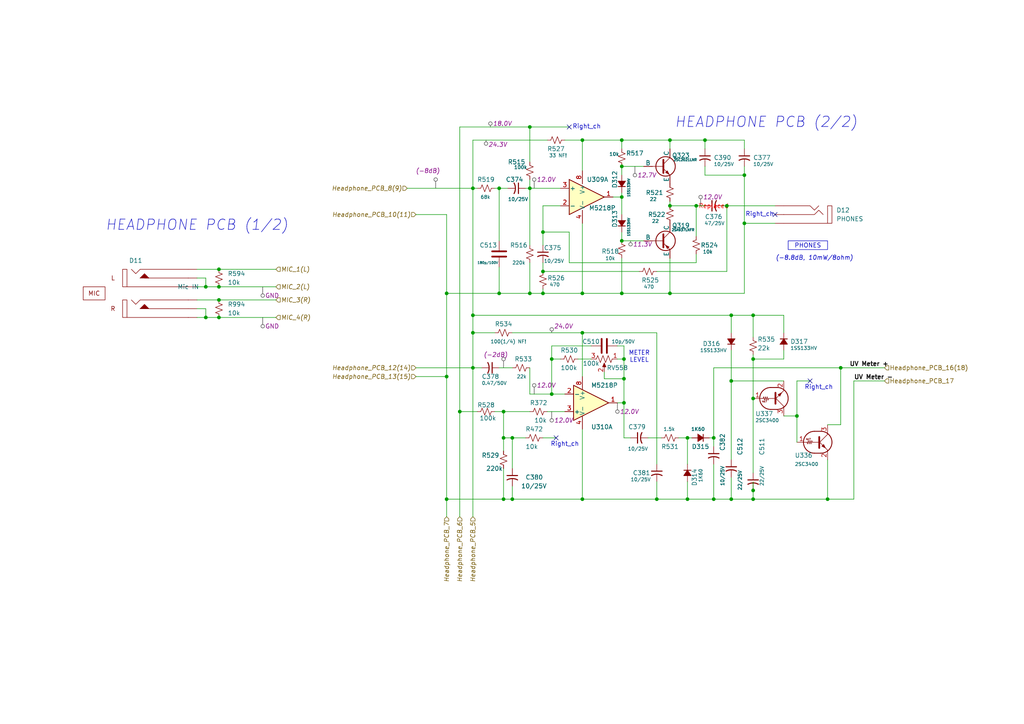
<source format=kicad_sch>
(kicad_sch (version 20250114) (generator "eeschema") (generator_version "9.0")
  (paper "A4")
  (lib_symbols
    (symbol "Amplifier_Operational:NE5532" (pin_names (offset 0.127))
      (property "Reference" "U" (at 0 5.08 0))
      (property "Value" "NE5532" (at 0 -5.08 0))
      (symbol "NE5532_1_1"
        (polyline (pts (xy -5.08 5.08) (xy 5.08 0) (xy -5.08 -5.08) (xy -5.08 5.08)) (stroke (width 0.254)) (fill (type background)))
        (pin input line (at -7.62 2.54 0) (length 2.54) (name "+") (number "3"))
        (pin input line (at -7.62 -2.54 0) (length 2.54) (name "-") (number "2"))
        (pin output line (at 7.62 0 180) (length 2.54) (name "~") (number "1"))
      )
      (symbol "NE5532_2_1"
        (polyline (pts (xy -5.08 5.08) (xy 5.08 0) (xy -5.08 -5.08) (xy -5.08 5.08)) (stroke (width 0.254)) (fill (type background)))
        (pin input line (at -7.62 2.54 0) (length 2.54) (name "+") (number "5"))
        (pin input line (at -7.62 -2.54 0) (length 2.54) (name "-") (number "6"))
        (pin output line (at 7.62 0 180) (length 2.54) (name "~") (number "7"))
      )
      (symbol "NE5532_3_1"
        (pin power_in line (at -2.54 7.62 270) (length 3.81) (name "V+") (number "8"))
        (pin power_in line (at -2.54 -7.62 90) (length 3.81) (name "V-") (number "4"))
      )
    )
    (symbol "Device:C" (pin_numbers (hide yes)) (pin_names (offset 0.254))
      (property "Reference" "C" (at 0.635 2.54 0))
      (property "Value" "C" (at 0.635 -2.54 0))
      (symbol "C_0_1"
        (polyline (pts (xy -2.032 0.762) (xy 2.032 0.762)) (stroke (width 0.508)))
        (polyline (pts (xy -2.032 -0.762) (xy 2.032 -0.762)) (stroke (width 0.508)))
      )
      (symbol "C_1_1"
        (pin passive line (at 0 3.81 270) (length 2.794) (name "~") (number "1"))
        (pin passive line (at 0 -3.81 90) (length 2.794) (name "~") (number "2"))
      )
    )
    (symbol "Device:C_Small_US" (pin_numbers (hide yes)) (pin_names (offset 0.254) (hide yes))
      (property "Reference" "C" (at 0.254 1.778 0))
      (property "Value" "C_Small_US" (at 0.254 -2.032 0))
      (symbol "C_Small_US_0_1"
        (polyline (pts (xy -1.524 0.508) (xy 1.524 0.508)) (stroke (width 0.3048)))
        (arc (start -1.524 -0.762) (mid 0 -0.3734) (end 1.524 -0.762) (stroke (width 0.3048)))
      )
      (symbol "C_Small_US_1_1"
        (pin passive line (at 0 2.54 270) (length 2.032) (name "~") (number "1"))
        (pin passive line (at 0 -2.54 90) (length 2.032) (name "~") (number "2"))
      )
    )
    (symbol "Device:D_Small_Filled" (pin_numbers (hide yes)) (pin_names (offset 0.254) (hide yes))
      (property "Reference" "D" (at -1.27 2.032 0))
      (property "Value" "D_Small_Filled" (at -3.81 -2.032 0))
      (symbol "D_Small_Filled_0_1"
        (polyline (pts (xy -0.762 0) (xy 0.762 0)))
        (polyline (pts (xy -0.762 -1.016) (xy -0.762 1.016)) (stroke (width 0.254)))
        (polyline (pts (xy 0.762 -1.016) (xy -0.762 0) (xy 0.762 1.016) (xy 0.762 -1.016)) (stroke (width 0.254)) (fill (type outline)))
      )
      (symbol "D_Small_Filled_1_1"
        (pin passive line (at -2.54 0 0) (length 1.778) (name "K") (number "1"))
        (pin passive line (at 2.54 0 180) (length 1.778) (name "A") (number "2"))
      )
    )
    (symbol "Device:R_Potentiometer_US" (pin_names (offset 1.016) (hide yes))
      (property "Reference" "RV" (at -4.445 0 90))
      (property "Value" "R_Potentiometer_US" (at -2.54 0 90))
      (symbol "R_Potentiometer_US_0_1"
        (polyline (pts (xy 0 2.54) (xy 0 2.286)))
        (polyline (pts (xy 0 2.286) (xy 1.016 1.905) (xy 0 1.524) (xy -1.016 1.143) (xy 0 0.762)))
        (polyline (pts (xy 0 0.762) (xy 1.016 0.381) (xy 0 0) (xy -1.016 -0.381) (xy 0 -0.762)))
        (polyline (pts (xy 0 -0.762) (xy 1.016 -1.143) (xy 0 -1.524) (xy -1.016 -1.905) (xy 0 -2.286)))
        (polyline (pts (xy 0 -2.286) (xy 0 -2.54)))
        (polyline (pts (xy 1.143 0) (xy 2.286 0.508) (xy 2.286 -0.508) (xy 1.143 0)) (fill (type outline)))
        (polyline (pts (xy 2.54 0) (xy 1.524 0)))
      )
      (symbol "R_Potentiometer_US_1_1"
        (pin passive line (at 0 3.81 270) (length 1.27) (name "1") (number "1"))
        (pin passive line (at 0 -3.81 90) (length 1.27) (name "3") (number "3"))
        (pin passive line (at 3.81 0 180) (length 1.27) (name "2") (number "2"))
      )
    )
    (symbol "Device:R_Small_US" (pin_numbers (hide yes)) (pin_names (offset 0.254) (hide yes))
      (property "Reference" "R" (at 0.762 0.508 0))
      (property "Value" "R_Small_US" (at 0.762 -1.016 0))
      (symbol "R_Small_US_1_1"
        (polyline (pts (xy 0 1.524) (xy 1.016 1.143) (xy 0 0.762) (xy -1.016 0.381) (xy 0 0)))
        (polyline (pts (xy 0 0) (xy 1.016 -0.381) (xy 0 -0.762) (xy -1.016 -1.143) (xy 0 -1.524)))
        (pin passive line (at 0 2.54 270) (length 1.016) (name "~") (number "1"))
        (pin passive line (at 0 -2.54 90) (length 1.016) (name "~") (number "2"))
      )
    )
    (symbol "Simulation_SPICE:NPN" (pin_numbers (hide yes)) (pin_names (offset 0))
      (property "Reference" "Q" (at -2.54 7.62 0))
      (property "Value" "NPN" (at -2.54 5.08 0))
      (symbol "NPN_0_1"
        (polyline (pts (xy -2.54 0) (xy 0.635 0)) (stroke (width 0.1524)))
        (polyline (pts (xy 0.635 1.905) (xy 0.635 -1.905) (xy 0.635 -1.905)) (stroke (width 0.508)))
        (polyline (pts (xy 0.635 0.635) (xy 2.54 2.54)))
        (polyline (pts (xy 0.635 -0.635) (xy 2.54 -2.54) (xy 2.54 -2.54)))
        (circle (center 1.27 0) (radius 2.8194) (stroke (width 0.254)))
        (polyline (pts (xy 1.27 -1.778) (xy 1.778 -1.27) (xy 2.286 -2.286) (xy 1.27 -1.778) (xy 1.27 -1.778)) (fill (type outline)))
        (polyline (pts (xy 2.794 -1.27) (xy 2.794 -1.27)) (stroke (width 0.1524)))
        (polyline (pts (xy 2.794 -1.27) (xy 2.794 -1.27)) (stroke (width 0.1524)))
      )
      (symbol "NPN_1_1"
        (pin input line (at -5.08 0 0) (length 2.54) (name "B") (number "2"))
        (pin open_collector line (at 2.54 5.08 270) (length 2.54) (name "C") (number "1"))
        (pin open_emitter line (at 2.54 -5.08 90) (length 2.54) (name "E") (number "3"))
      )
    )
    (symbol "Simulation_SPICE:PNP" (pin_numbers (hide yes)) (pin_names (offset 0))
      (property "Reference" "Q" (at -2.54 7.62 0))
      (property "Value" "PNP" (at -2.54 5.08 0))
      (symbol "PNP_0_1"
        (polyline (pts (xy -2.54 0) (xy 0.635 0)) (stroke (width 0.1524)))
        (polyline (pts (xy 0.635 1.905) (xy 0.635 -1.905) (xy 0.635 -1.905)) (stroke (width 0.508)))
        (polyline (pts (xy 0.635 0.635) (xy 2.54 2.54)))
        (polyline (pts (xy 0.635 -0.635) (xy 2.54 -2.54) (xy 2.54 -2.54)))
        (circle (center 1.27 0) (radius 2.8194) (stroke (width 0.254)))
        (polyline (pts (xy 2.286 -1.778) (xy 1.778 -2.286) (xy 1.27 -1.27) (xy 2.286 -1.778) (xy 2.286 -1.778)) (fill (type outline)))
      )
      (symbol "PNP_1_1"
        (pin input line (at -5.08 0 0) (length 2.54) (name "B") (number "2"))
        (pin open_collector line (at 2.54 5.08 270) (length 2.54) (name "C") (number "1"))
        (pin open_emitter line (at 2.54 -5.08 90) (length 2.54) (name "E") (number "3"))
      )
    )
    (symbol "Transistor_BJT:DTC143T" (pin_names (offset 0) (hide yes))
      (property "Reference" "Q" (at 5.08 1.905 0))
      (property "Value" "DTC143T" (at 5.08 0 0))
      (symbol "DTC143T_0_0"
        (polyline (pts (xy 2.54 -2.286) (xy 2.54 -2.54)))
        (text "4k7" (at -3.048 0.889 0) (effects (font (size 0.508 0.508))))
      )
      (symbol "DTC143T_0_1"
        (polyline (pts (xy -3.429 0) (xy -3.81 0)))
        (polyline (pts (xy -1.27 3.175) (xy 0.635 3.175)) (stroke (width 0.254)))
        (polyline (pts (xy -1.27 -3.175) (xy 0.635 -3.175)) (stroke (width 0.254)))
        (arc (start -1.27 -3.175) (mid -4.4312 0) (end -1.27 3.175) (stroke (width 0.254)))
        (polyline (pts (xy 0 0) (xy -1.905 0) (xy -2.032 0.508) (xy -2.286 -0.508) (xy -2.54 0.508) (xy -2.794 -0.508) (xy -3.048 0.508) (xy -3.302 -0.508) (xy -3.429 0)))
        (polyline (pts (xy 0 -0.254) (xy 2.54 2.286)))
        (polyline (pts (xy 0.127 1.524) (xy 0.127 -1.651)) (stroke (width 0.508)) (fill (type outline)))
        (arc (start 0.635 3.175) (mid 3.7962 0) (end 0.635 -3.175) (stroke (width 0.254)))
        (polyline (pts (xy 0.889 -1.143) (xy 1.397 -0.635) (xy 1.905 -1.651) (xy 0.889 -1.143)) (fill (type outline)))
        (polyline (pts (xy 2.54 2.286) (xy 2.54 2.54)))
        (polyline (pts (xy 2.54 -2.286) (xy 0 0.254) (xy 0 0.254)))
      )
      (symbol "DTC143T_1_1"
        (pin input line (at -6.35 0 0) (length 2.54) (name "B") (number "1"))
        (pin passive line (at 2.54 5.08 270) (length 2.54) (name "C") (number "3"))
        (pin passive line (at 2.54 -5.08 90) (length 2.54) (name "E") (number "2"))
      )
    )
    (symbol "_TEAC_X2000R:MIC"
      (property "Reference" "D" (at -10.16 10.414 0))
      (symbol "MIC_0_1"
        (polyline (pts (xy 0 5.08) (xy -13.97 5.08) (xy -15.24 3.81) (xy -16.51 5.08)))
        (polyline (pts (xy 0 2.54) (xy -12.7 2.54)))
        (polyline (pts (xy 0 0) (xy -17.78 0) (xy -17.78 5.08) (xy -19.05 5.08) (xy -19.05 0) (xy -17.78 0)))
        (polyline (pts (xy 0 -3.81) (xy -13.97 -3.81) (xy -15.24 -5.08) (xy -16.51 -3.81)))
        (polyline (pts (xy 0 -6.35) (xy -12.7 -6.35)))
        (polyline (pts (xy 0 -8.89) (xy -17.78 -8.89) (xy -17.78 -3.81) (xy -19.05 -3.81) (xy -19.05 -8.89) (xy -17.78 -8.89)))
      )
      (symbol "MIC_1_1"
        (polyline (pts (xy -13.97 2.54) (xy -11.43 2.54) (xy -12.7 3.81) (xy -13.97 2.54)) (fill (type outline)))
        (polyline (pts (xy -13.97 -6.35) (xy -11.43 -6.35) (xy -12.7 -5.08) (xy -13.97 -6.35)) (fill (type outline)))
        (text "L" (at -21.844 2.54 0) (effects (font (size 1.27 1.27))))
        (text "R" (at -21.844 -6.35 0) (effects (font (size 1.27 1.27))))
        (text_box "MIC" (at -30.48 0 0) (size 6.35 -3.81) (margins 1.016 1.016 1.016 1.016) (effects (font (size 1.27 1.27))))
        (pin output line (at 2.54 5.08 180) (length 2.54) (name "") (number ""))
        (pin output line (at 2.54 2.54 180) (length 2.54) (name "") (number ""))
        (pin output line (at 2.54 0 180) (length 2.54) (name "") (number ""))
        (pin output line (at 2.54 -3.81 180) (length 2.54) (name "") (number ""))
        (pin output line (at 2.54 -6.35 180) (length 2.54) (name "") (number ""))
        (pin output line (at 2.54 -8.89 180) (length 2.54) (name "") (number ""))
      )
    )
    (symbol "_TEAC_X2000R:Phones"
      (property "Reference" "D" (at 8.128 6.096 0))
      (symbol "Phones_0_1"
        (polyline (pts (xy -5.08 2.54) (xy 2.54 2.54) (xy 3.81 1.27) (xy 5.08 2.54)))
        (polyline (pts (xy -5.08 0) (xy 3.81 0) (xy 5.08 1.27) (xy 6.35 0)))
      )
      (symbol "Phones_1_1"
        (polyline (pts (xy -5.08 -2.54) (xy 7.62 -2.54) (xy 7.62 2.54) (xy 8.89 2.54) (xy 8.89 -2.54) (xy 7.62 -2.54)))
        (pin output line (at -7.62 2.54 0) (length 2.54) (name "") (number ""))
        (pin output line (at -7.62 0 0) (length 2.54) (name "") (number ""))
        (pin output line (at -7.62 -2.54 0) (length 2.54) (name "") (number ""))
      )
    )
  )
  (text "Right_ch" (at 170.18 36.83 0) (effects (font (size 1.27 1.27))))
  (text "HEADPHONE PCB (1/2)" (at 57.15 65.405 0) (effects (font (size 3 3) (italic yes))))
  (text "HEADPHONE PCB (2/2)" (at 222.25 35.56 0) (effects (font (size 3 3) (italic yes))))
  (text "Right_ch" (at 220.345 62.23 0) (effects (font (size 1.27 1.27))))
  (text "METER\nLEVEL" (at 185.42 103.505 0) (effects (font (size 1.27 1.27))))
  (text "Right_ch" (at 237.49 112.395 0) (effects (font (size 1.27 1.27))))
  (text "(-8.8dB, 10mW/8ohm)" (at 236.22 74.93 0) (effects (font (size 1.27 1.27) (italic yes))))
  (text "Right_ch" (at 163.83 128.905 0) (effects (font (size 1.27 1.27))))
  (text_box "PHONES" (at 228.6 69.85 0) (size 11.43 2.54) (margins 0.9525 0.9525 0.9525 0.9525) (effects (font (size 1.27 1.27))))
  (junction (at 168.91 96.52))
  (junction (at 137.16 54.61))
  (junction (at 153.67 36.83))
  (junction (at 157.48 67.31))
  (junction (at 180.975 109.855))
  (junction (at 212.09 110.49))
  (junction (at 63.5 78.105))
  (junction (at 212.09 91.44))
  (junction (at 190.5 144.78))
  (junction (at 168.91 144.78))
  (junction (at 218.44 142.24))
  (junction (at 148.59 144.78))
  (junction (at 137.16 96.52))
  (junction (at 157.48 78.74))
  (junction (at 180.34 40.64))
  (junction (at 180.34 48.26))
  (junction (at 194.31 59.69))
  (junction (at 199.39 127))
  (junction (at 137.16 91.44))
  (junction (at 160.02 104.14))
  (junction (at 194.31 40.64))
  (junction (at 218.44 115.57))
  (junction (at 180.34 69.85))
  (junction (at 215.9 64.77))
  (junction (at 137.16 106.68))
  (junction (at 129.54 109.22))
  (junction (at 180.34 85.09))
  (junction (at 168.91 40.64))
  (junction (at 133.35 119.38))
  (junction (at 63.5 83.185))
  (junction (at 146.05 127))
  (junction (at 218.44 91.44))
  (junction (at 59.69 92.075))
  (junction (at 129.54 85.09))
  (junction (at 168.91 85.09))
  (junction (at 218.44 144.78))
  (junction (at 240.03 144.78))
  (junction (at 144.78 54.61))
  (junction (at 180.975 116.84))
  (junction (at 148.59 127))
  (junction (at 207.01 127))
  (junction (at 204.47 40.64))
  (junction (at 218.44 104.14))
  (junction (at 231.14 120.65))
  (junction (at 180.975 104.14))
  (junction (at 146.05 144.78))
  (junction (at 215.9 50.8))
  (junction (at 63.5 86.995))
  (junction (at 180.34 57.15))
  (junction (at 212.09 144.78))
  (junction (at 144.78 85.09))
  (junction (at 129.54 144.78))
  (junction (at 207.01 144.78))
  (junction (at 201.93 59.69))
  (junction (at 243.84 106.68))
  (junction (at 153.67 54.61))
  (junction (at 153.67 85.09))
  (junction (at 160.02 114.3))
  (junction (at 157.48 85.09))
  (junction (at 146.05 119.38))
  (junction (at 194.31 85.09))
  (junction (at 199.39 144.78))
  (junction (at 210.82 59.69))
  (junction (at 63.5 92.075))
  (junction (at 59.69 83.185))
  (no_connect (at 161.29 127))
  (no_connect (at 165.1 36.83))
  (no_connect (at 224.79 62.23))
  (no_connect (at 234.95 110.49))
  (wire (pts (xy 190.5 139.7) (xy 190.5 144.78)))
  (wire (pts (xy 120.65 62.23) (xy 129.54 62.23)))
  (wire (pts (xy 180.34 57.15) (xy 180.34 62.23)))
  (wire (pts (xy 137.16 96.52) (xy 137.16 106.68)))
  (wire (pts (xy 180.975 109.855) (xy 180.975 116.84)))
  (wire (pts (xy 175.26 109.855) (xy 180.975 109.855)))
  (wire (pts (xy 180.34 48.26) (xy 180.34 50.8)))
  (wire (pts (xy 194.31 85.09) (xy 215.9 85.09)))
  (wire (pts (xy 180.34 40.64) (xy 180.34 43.18)))
  (wire (pts (xy 243.84 106.68) (xy 256.54 106.68)))
  (wire (pts (xy 146.05 119.38) (xy 153.67 119.38)))
  (wire (pts (xy 218.44 91.44) (xy 218.44 97.79)))
  (wire (pts (xy 231.14 110.49) (xy 231.14 120.65)))
  (wire (pts (xy 199.39 127) (xy 199.39 134.62)))
  (wire (pts (xy 218.44 104.14) (xy 218.44 115.57)))
  (wire (pts (xy 212.09 144.78) (xy 218.44 144.78)))
  (wire (pts (xy 204.47 50.8) (xy 215.9 50.8)))
  (wire (pts (xy 187.96 127) (xy 191.77 127)))
  (wire (pts (xy 162.56 104.14) (xy 160.02 104.14)))
  (wire (pts (xy 227.33 101.6) (xy 227.33 104.14)))
  (wire (pts (xy 146.05 135.89) (xy 146.05 144.78)))
  (wire (pts (xy 212.09 101.6) (xy 212.09 110.49)))
  (wire (pts (xy 207.01 129.54) (xy 207.01 127)))
  (wire (pts (xy 194.31 74.93) (xy 194.31 85.09)))
  (wire (pts (xy 167.64 104.14) (xy 171.45 104.14)))
  (wire (pts (xy 218.44 102.87) (xy 218.44 104.14)))
  (wire (pts (xy 144.78 54.61) (xy 144.78 69.85)))
  (wire (pts (xy 180.34 85.09) (xy 194.31 85.09)))
  (wire (pts (xy 190.5 144.78) (xy 199.39 144.78)))
  (wire (pts (xy 165.1 67.31) (xy 165.1 76.2)))
  (wire (pts (xy 120.65 106.68) (xy 137.16 106.68)))
  (wire (pts (xy 194.31 58.42) (xy 194.31 59.69)))
  (wire (pts (xy 204.47 40.64) (xy 204.47 43.18)))
  (wire (pts (xy 144.78 85.09) (xy 153.67 85.09)))
  (wire (pts (xy 57.15 78.105) (xy 63.5 78.105)))
  (wire (pts (xy 163.83 114.3) (xy 160.02 114.3)))
  (wire (pts (xy 196.85 127) (xy 199.39 127)))
  (wire (pts (xy 168.91 96.52) (xy 190.5 96.52)))
  (wire (pts (xy 168.91 64.77) (xy 168.91 85.09)))
  (wire (pts (xy 212.09 110.49) (xy 227.33 110.49)))
  (wire (pts (xy 207.01 134.62) (xy 207.01 144.78)))
  (wire (pts (xy 180.34 40.64) (xy 194.31 40.64)))
  (wire (pts (xy 153.67 54.61) (xy 153.67 71.12)))
  (wire (pts (xy 175.26 107.95) (xy 175.26 109.855)))
  (wire (pts (xy 57.15 86.995) (xy 63.5 86.995)))
  (wire (pts (xy 168.91 124.46) (xy 168.91 144.78)))
  (wire (pts (xy 144.78 54.61) (xy 147.32 54.61)))
  (wire (pts (xy 201.93 59.69) (xy 201.93 68.58)))
  (wire (pts (xy 179.07 100.33) (xy 180.975 100.33)))
  (wire (pts (xy 194.31 59.69) (xy 201.93 59.69)))
  (wire (pts (xy 129.54 144.78) (xy 146.05 144.78)))
  (wire (pts (xy 144.78 77.47) (xy 144.78 85.09)))
  (wire (pts (xy 168.91 144.78) (xy 190.5 144.78)))
  (wire (pts (xy 160.02 104.14) (xy 160.02 114.3)))
  (wire (pts (xy 153.67 114.3) (xy 160.02 114.3)))
  (wire (pts (xy 157.48 127) (xy 161.29 127)))
  (wire (pts (xy 212.09 91.44) (xy 212.09 96.52)))
  (wire (pts (xy 157.48 76.2) (xy 157.48 78.74)))
  (wire (pts (xy 59.69 80.645) (xy 59.69 83.185)))
  (wire (pts (xy 240.03 144.78) (xy 247.65 144.78)))
  (wire (pts (xy 143.51 54.61) (xy 144.78 54.61)))
  (wire (pts (xy 118.11 54.61) (xy 137.16 54.61)))
  (wire (pts (xy 59.69 89.535) (xy 59.69 92.075)))
  (wire (pts (xy 133.35 119.38) (xy 133.35 149.86)))
  (wire (pts (xy 160.02 100.33) (xy 160.02 104.14)))
  (wire (pts (xy 218.44 139.7) (xy 218.44 142.24)))
  (wire (pts (xy 212.09 138.43) (xy 212.09 144.78)))
  (wire (pts (xy 129.54 109.22) (xy 129.54 144.78)))
  (wire (pts (xy 137.16 91.44) (xy 212.09 91.44)))
  (wire (pts (xy 240.03 123.19) (xy 243.84 123.19)))
  (wire (pts (xy 63.5 83.185) (xy 80.01 83.185)))
  (wire (pts (xy 194.31 40.64) (xy 204.47 40.64)))
  (wire (pts (xy 163.83 40.64) (xy 168.91 40.64)))
  (wire (pts (xy 218.44 144.78) (xy 240.03 144.78)))
  (wire (pts (xy 57.15 83.185) (xy 59.69 83.185)))
  (wire (pts (xy 215.9 64.77) (xy 224.79 64.77)))
  (wire (pts (xy 148.59 144.78) (xy 168.91 144.78)))
  (wire (pts (xy 153.67 36.83) (xy 133.35 36.83)))
  (wire (pts (xy 57.15 89.535) (xy 59.69 89.535)))
  (wire (pts (xy 148.59 135.89) (xy 148.59 127)))
  (wire (pts (xy 204.47 40.64) (xy 215.9 40.64)))
  (wire (pts (xy 180.34 67.31) (xy 180.34 69.85)))
  (wire (pts (xy 146.05 144.78) (xy 148.59 144.78)))
  (wire (pts (xy 201.93 59.69) (xy 204.47 59.69)))
  (wire (pts (xy 215.9 50.8) (xy 215.9 64.77)))
  (wire (pts (xy 179.07 104.14) (xy 180.975 104.14)))
  (wire (pts (xy 190.5 96.52) (xy 190.5 134.62)))
  (wire (pts (xy 210.82 78.74) (xy 210.82 59.69)))
  (wire (pts (xy 143.51 119.38) (xy 146.05 119.38)))
  (wire (pts (xy 179.07 116.84) (xy 180.975 116.84)))
  (wire (pts (xy 133.35 36.83) (xy 133.35 119.38)))
  (wire (pts (xy 177.8 57.15) (xy 180.34 57.15)))
  (wire (pts (xy 59.69 83.185) (xy 63.5 83.185)))
  (wire (pts (xy 215.9 40.64) (xy 215.9 43.18)))
  (wire (pts (xy 153.67 52.07) (xy 153.67 54.61)))
  (wire (pts (xy 215.9 85.09) (xy 215.9 64.77)))
  (wire (pts (xy 146.05 127) (xy 146.05 130.81)))
  (wire (pts (xy 247.65 110.49) (xy 256.54 110.49)))
  (wire (pts (xy 63.5 92.075) (xy 80.01 92.075)))
  (wire (pts (xy 199.39 144.78) (xy 207.01 144.78)))
  (wire (pts (xy 190.5 78.74) (xy 210.82 78.74)))
  (wire (pts (xy 168.91 85.09) (xy 180.34 85.09)))
  (wire (pts (xy 137.16 96.52) (xy 143.51 96.52)))
  (wire (pts (xy 148.59 140.97) (xy 148.59 144.78)))
  (wire (pts (xy 180.34 55.88) (xy 180.34 57.15)))
  (wire (pts (xy 157.48 83.82) (xy 157.48 85.09)))
  (wire (pts (xy 157.48 85.09) (xy 168.91 85.09)))
  (wire (pts (xy 57.15 80.645) (xy 59.69 80.645)))
  (wire (pts (xy 129.54 85.09) (xy 129.54 109.22)))
  (wire (pts (xy 153.67 106.68) (xy 153.67 114.3)))
  (wire (pts (xy 152.4 54.61) (xy 153.67 54.61)))
  (wire (pts (xy 157.48 67.31) (xy 165.1 67.31)))
  (wire (pts (xy 133.35 119.38) (xy 138.43 119.38)))
  (wire (pts (xy 212.09 91.44) (xy 218.44 91.44)))
  (wire (pts (xy 158.75 119.38) (xy 163.83 119.38)))
  (wire (pts (xy 180.34 69.85) (xy 186.69 69.85)))
  (wire (pts (xy 168.91 96.52) (xy 168.91 109.22)))
  (wire (pts (xy 63.5 78.105) (xy 80.01 78.105)))
  (wire (pts (xy 171.45 100.33) (xy 160.02 100.33)))
  (wire (pts (xy 204.47 48.26) (xy 204.47 50.8)))
  (wire (pts (xy 157.48 67.31) (xy 157.48 59.69)))
  (wire (pts (xy 227.33 91.44) (xy 227.33 96.52)))
  (wire (pts (xy 137.16 106.68) (xy 137.16 149.86)))
  (wire (pts (xy 207.01 144.78) (xy 212.09 144.78)))
  (wire (pts (xy 201.93 76.2) (xy 201.93 73.66)))
  (wire (pts (xy 157.48 71.12) (xy 157.48 67.31)))
  (wire (pts (xy 210.82 59.69) (xy 224.79 59.69)))
  (wire (pts (xy 153.67 54.61) (xy 162.56 54.61)))
  (wire (pts (xy 168.91 40.64) (xy 180.34 40.64)))
  (wire (pts (xy 165.1 76.2) (xy 201.93 76.2)))
  (wire (pts (xy 231.14 110.49) (xy 234.95 110.49)))
  (wire (pts (xy 129.54 62.23) (xy 129.54 85.09)))
  (wire (pts (xy 207.01 127) (xy 207.01 106.68)))
  (wire (pts (xy 215.9 50.8) (xy 215.9 48.26)))
  (wire (pts (xy 207.01 106.68) (xy 243.84 106.68)))
  (wire (pts (xy 180.34 74.93) (xy 180.34 85.09)))
  (wire (pts (xy 157.48 59.69) (xy 162.56 59.69)))
  (wire (pts (xy 168.91 40.64) (xy 168.91 49.53)))
  (wire (pts (xy 120.65 109.22) (xy 129.54 109.22)))
  (wire (pts (xy 137.16 54.61) (xy 138.43 54.61)))
  (wire (pts (xy 240.03 133.35) (xy 240.03 144.78)))
  (wire (pts (xy 243.84 123.19) (xy 243.84 106.68)))
  (wire (pts (xy 180.975 127) (xy 182.88 127)))
  (wire (pts (xy 199.39 127) (xy 200.66 127)))
  (wire (pts (xy 227.33 104.14) (xy 218.44 104.14)))
  (wire (pts (xy 153.67 36.83) (xy 165.1 36.83)))
  (wire (pts (xy 148.59 96.52) (xy 168.91 96.52)))
  (wire (pts (xy 227.33 120.65) (xy 231.14 120.65)))
  (wire (pts (xy 180.975 104.14) (xy 180.975 109.855)))
  (wire (pts (xy 137.16 54.61) (xy 137.16 91.44)))
  (wire (pts (xy 153.67 36.83) (xy 153.67 46.99)))
  (wire (pts (xy 218.44 115.57) (xy 218.44 137.16)))
  (wire (pts (xy 199.39 139.7) (xy 199.39 144.78)))
  (wire (pts (xy 158.75 40.64) (xy 137.16 40.64)))
  (wire (pts (xy 180.975 100.33) (xy 180.975 104.14)))
  (wire (pts (xy 137.16 40.64) (xy 137.16 54.61)))
  (wire (pts (xy 218.44 91.44) (xy 227.33 91.44)))
  (wire (pts (xy 144.78 106.68) (xy 148.59 106.68)))
  (wire (pts (xy 153.67 76.2) (xy 153.67 85.09)))
  (wire (pts (xy 57.15 92.075) (xy 59.69 92.075)))
  (wire (pts (xy 212.09 110.49) (xy 212.09 133.35)))
  (wire (pts (xy 146.05 127) (xy 148.59 127)))
  (wire (pts (xy 137.16 106.68) (xy 139.7 106.68)))
  (wire (pts (xy 231.14 128.27) (xy 231.14 120.65)))
  (wire (pts (xy 194.31 40.64) (xy 194.31 43.18)))
  (wire (pts (xy 218.44 142.24) (xy 218.44 144.78)))
  (wire (pts (xy 157.48 78.74) (xy 185.42 78.74)))
  (wire (pts (xy 205.74 127) (xy 207.01 127)))
  (wire (pts (xy 247.65 144.78) (xy 247.65 110.49)))
  (wire (pts (xy 146.05 119.38) (xy 146.05 127)))
  (wire (pts (xy 180.34 48.26) (xy 186.69 48.26)))
  (wire (pts (xy 153.67 85.09) (xy 157.48 85.09)))
  (wire (pts (xy 148.59 127) (xy 152.4 127)))
  (wire (pts (xy 180.975 116.84) (xy 180.975 127)))
  (wire (pts (xy 129.54 144.78) (xy 129.54 149.86)))
  (wire (pts (xy 59.69 92.075) (xy 63.5 92.075)))
  (wire (pts (xy 137.16 91.44) (xy 137.16 96.52)))
  (wire (pts (xy 209.55 59.69) (xy 210.82 59.69)))
  (wire (pts (xy 129.54 85.09) (xy 144.78 85.09)))
  (wire (pts (xy 63.5 86.995) (xy 80.01 86.995)))
  (label "UV Meter +" (at 246.38 106.68 0) (effects (font (thickness 0.254) (bold yes))))
  (label "UV Meter -" (at 247.65 110.49 0) (effects (font (thickness 0.254) (bold yes))))
  (hierarchical_label "Headphone_PCB_13(15)" (shape input) (at 120.65 109.22 180) (effects (font (italic yes))))
  (hierarchical_label "Headphone_PCB_10(11)" (shape input) (at 120.65 62.23 180) (effects (font (italic yes))))
  (hierarchical_label "MIC_4(R)" (shape input) (at 80.01 92.075 0) (effects (font (italic yes))))
  (hierarchical_label "Headphone_PCB_5" (shape input) (at 137.16 149.86 270) (effects (font (italic yes))))
  (hierarchical_label "Headphone_PCB_6" (shape input) (at 133.35 149.86 270) (effects (font (italic yes))))
  (hierarchical_label "Headphone_PCB_17" (shape input) (at 256.54 110.49 0))
  (hierarchical_label "MIC_2(L)" (shape input) (at 80.01 83.185 0) (effects (font (italic yes))))
  (hierarchical_label "Headphone_PCB_16(18)" (shape input) (at 256.54 106.68 0))
  (hierarchical_label "Headphone_PCB_7" (shape input) (at 129.54 149.86 270) (effects (font (italic yes))))
  (hierarchical_label "MIC_3(R)" (shape input) (at 80.01 86.995 0) (effects (font (italic yes))))
  (hierarchical_label "Headphone_PCB_8(9)" (shape input) (at 118.11 54.61 180) (effects (font (italic yes))))
  (hierarchical_label "Headphone_PCB_12(14)" (shape input) (at 120.65 106.68 180) (effects (font (italic yes))))
  (hierarchical_label "MIC_1(L)" (shape input) (at 80.01 78.105 0) (effects (font (italic yes))))
  (netclass_flag "" (length 1) (shape round) (at 142.24 36.83 0) (property "Component Class" "18.0V" (at 142.9385 35.83 0) (effects (font (italic yes)) (justify left))))
  (netclass_flag "" (length 2.54) (shape round) (at 203.2 59.69 0) (property "Component Class" "12.0V" (at 203.8985 57.15 0) (effects (font (italic yes)) (justify left))))
  (netclass_flag "" (length 2.54) (shape round) (at 76.2 83.185 180) (property "Netclass" "GND" (at 76.8985 85.725 0) (effects (justify left))))
  (netclass_flag "" (length 1) (shape round) (at 182.88 69.85 180) (property "Component Class" "11.3V" (at 183.5785 70.85 0) (effects (font (italic yes)) (justify left))))
  (netclass_flag "" (length 2.54) (shape round) (at 126.365 54.61 0) (property "Component Class" "(-8dB)" (at 127.635 49.53 0) (effects (font (italic yes)) (justify right))))
  (netclass_flag "" (length 2.54) (shape round) (at 76.2 92.075 180) (property "Netclass" "GND" (at 76.8985 94.615 0) (effects (justify left))))
  (netclass_flag "" (length 2.54) (shape round) (at 154.94 54.61 0) (property "Component Class" "12.0V" (at 155.6385 52.07 0) (effects (font (italic yes)) (justify left))))
  (netclass_flag "" (length 2.54) (shape round) (at 179.07 116.84 180) (property "Component Class" "12.0V" (at 179.7685 119.38 0) (effects (font (italic yes)) (justify left))))
  (netclass_flag "" (length 2.54) (shape round) (at 184.15 48.26 180) (property "Component Class" "12.7V" (at 184.8485 50.8 0) (effects (font (italic yes)) (justify left))))
  (netclass_flag "" (length 2.54) (shape round) (at 146.05 106.68 0) (property "Component Class" "(-2dB)" (at 147.32 102.87 0) (effects (font (italic yes)) (justify right))))
  (netclass_flag "" (length 2.54) (shape round) (at 160.02 119.38 180) (property "Component Class" "12.0V" (at 160.7185 121.92 0) (effects (font (italic yes)) (justify left))))
  (netclass_flag "" (length 1) (shape round) (at 160.02 96.52 0) (property "Netclass" "Power HI 20V+" (effects (hide yes))) (property "Component Class" "24.0V" (at 160.655 94.615 0) (effects (font (italic yes)) (justify left))))
  (netclass_flag "" (length 2.54) (shape round) (at 154.94 114.3 0) (property "Component Class" "12.0V" (at 155.6385 111.76 0) (effects (font (italic yes)) (justify left))))
  (netclass_flag "" (length 1) (shape round) (at 140.97 40.64 180) (property "Netclass" "Power HI 20V+" (effects (hide yes))) (property "Component Class" "24.3V" (at 141.605 41.91 0) (effects (font (italic yes)) (justify left))))
  (symbol (lib_id "Simulation_SPICE:NPN") (at 191.77 48.26 0) (unit 1)
    (property "Reference" "Q323" (at 197.485 45.085 0))
    (property "Value" "2SC2021LNR" (at 198.755 46.355 0) (effects (font (size 0.7 0.7))))
    (property "Datasheet" "https://ngspice.sourceforge.io/docs/ngspice-html-manual/manual.xhtml#cha_BJTs" (effects (hide yes)))
    (property "Description" "Bipolar transistor symbol for simulation only, substrate tied to the emitter" (effects (hide yes)))
    (property "Sim.Device" "NPN" (effects (hide yes)))
    (property "Sim.Type" "GUMMELPOON" (effects (hide yes)))
    (property "Sim.Pins" "1=C 2=B 3=E" (effects (hide yes)))
  )
  (symbol (lib_id "Device:R_Small_US") (at 180.34 45.72 180) (unit 1)
    (property "Reference" "R517" (at 186.69 44.45 0) (effects (justify left)))
    (property "Value" "10k" (at 179.578 44.704 0) (effects (font (size 1 1)) (justify left)))
    (property "Description" "Resistor, small US symbol" (effects (hide yes)))
  )
  (symbol (lib_id "Device:D_Small_Filled") (at 203.2 127 180) (unit 1)
    (property "Reference" "D315" (at 205.74 129.54 0) (effects (justify left)))
    (property "Value" "1K60" (at 204.47 124.46 0) (effects (font (size 1 1)) (justify left)))
    (property "Description" "Diode, small symbol, filled shape" (effects (hide yes)))
    (property "Sim.Device" "D" (effects (hide yes)))
    (property "Sim.Pins" "1=K 2=A" (effects (hide yes)))
  )
  (symbol (lib_id "Transistor_BJT:DTC143T") (at 237.49 128.27 0) (unit 1)
    (property "Reference" "U336" (at 230.505 132.08 0) (effects (justify left)))
    (property "Value" "2SC3400" (at 230.505 134.62 0) (effects (font (size 1 1)) (justify left)))
    (property "Description" "Digital NPN Transistor, 4k7/NONE, SOT-23" (effects (hide yes)))
  )
  (symbol (lib_id "Device:R_Small_US") (at 157.48 81.28 0) (mirror x) (unit 1)
    (property "Reference" "R526" (at 158.75 80.645 0) (effects (justify left)))
    (property "Value" "470" (at 159.385 82.55 0) (effects (font (size 1 1)) (justify left)))
    (property "Description" "Resistor, small US symbol" (effects (hide yes)))
  )
  (symbol (lib_id "Device:R_Small_US") (at 146.05 96.52 270) (unit 1)
    (property "Reference" "R534" (at 143.51 93.98 90) (effects (justify left)))
    (property "Value" "100(1/4) NF!" (at 142.24 99.06 90) (effects (font (size 1 1)) (justify left)))
    (property "Description" "Resistor, small US symbol" (effects (hide yes)))
  )
  (symbol (lib_id "Amplifier_Operational:NE5532") (at 171.45 57.15 0) (unit 3)
    (property "Reference" "U309" (effects (hide yes)))
    (property "Value" "M5218P" (effects (hide yes)))
    (property "Datasheet" "http://www.ti.com/lit/ds/symlink/ne5532.pdf" (effects (hide yes)))
    (property "Description" "Dual Low-Noise Operational Amplifiers, DIP-8/SOIC-8" (effects (hide yes)))
  )
  (symbol (lib_id "_TEAC_X2000R:Phones") (at 232.41 62.23 0) (unit 1)
    (property "Reference" "D12" (at 242.57 60.9599 0) (effects (justify left)))
    (property "Value" "PHONES" (at 242.57 63.4999 0) (effects (justify left)))
  )
  (symbol (lib_id "Device:C_Small_US") (at 148.59 138.43 0) (unit 1)
    (property "Reference" "C380" (at 152.4 138.43 0) (effects (justify left)))
    (property "Value" "10/25V" (at 151.13 140.97 0) (effects (justify left)))
    (property "Description" "capacitor, small US symbol" (effects (hide yes)))
  )
  (symbol (lib_id "Device:R_Small_US") (at 194.31 55.88 180) (unit 1)
    (property "Reference" "R521" (at 192.405 55.88 0) (effects (justify left)))
    (property "Value" "22" (at 190.5 57.785 0) (effects (font (size 1 1)) (justify left)))
    (property "Description" "Resistor, small US symbol" (effects (hide yes)))
  )
  (symbol (lib_id "Device:R_Small_US") (at 154.94 127 270) (unit 1)
    (property "Reference" "R472" (at 152.4 124.46 90) (effects (justify left)))
    (property "Value" "10k" (at 152.4 129.54 90) (effects (justify left)))
    (property "Description" "Resistor, small US symbol" (effects (hide yes)))
  )
  (symbol (lib_id "Device:D_Small_Filled") (at 180.34 53.34 90) (unit 1)
    (property "Reference" "D312" (at 178.308 54.61 0) (effects (justify left)))
    (property "Value" "1SS133HV" (at 182.372 57.15 0) (effects (font (size 0.7 0.7)) (justify left)))
    (property "Description" "Diode, small symbol, filled shape" (effects (hide yes)))
    (property "Sim.Device" "D" (effects (hide yes)))
    (property "Sim.Pins" "1=K 2=A" (effects (hide yes)))
  )
  (symbol (lib_id "Device:C_Small_US") (at 215.9 45.72 0) (unit 1)
    (property "Reference" "C377" (at 218.44 45.72 0) (effects (justify left)))
    (property "Value" "10/25V" (at 218.44 47.625 0) (effects (font (size 1 1)) (justify left)))
    (property "Description" "capacitor, small US symbol" (effects (hide yes)))
  )
  (symbol (lib_id "Amplifier_Operational:NE5532") (at 171.45 116.84 0) (mirror x) (unit 1)
    (property "Reference" "U310" (at 171.45 123.825 0) (effects (justify left)))
    (property "Value" "M5218P" (at 171.45 111.76 0) (effects (justify left)))
    (property "Datasheet" "http://www.ti.com/lit/ds/symlink/ne5532.pdf" (effects (hide yes)))
    (property "Description" "Dual Low-Noise Operational Amplifiers, DIP-8/SOIC-8" (effects (hide yes)))
  )
  (symbol (lib_id "Device:R_Small_US") (at 153.67 49.53 180) (unit 1)
    (property "Reference" "R515" (at 152.4 46.99 0) (effects (justify left)))
    (property "Value" "100k" (at 152.908 48.514 0) (effects (font (size 1 1)) (justify left)))
    (property "Description" "Resistor, small US symbol" (effects (hide yes)))
  )
  (symbol (lib_id "Device:R_Small_US") (at 194.31 62.23 180) (unit 1)
    (property "Reference" "R522" (at 193.04 62.23 0) (effects (justify left)))
    (property "Value" "22" (at 191.135 64.135 0) (effects (font (size 1 1)) (justify left)))
    (property "Description" "Resistor, small US symbol" (effects (hide yes)))
  )
  (symbol (lib_id "Device:R_Small_US") (at 151.13 106.68 270) (unit 1)
    (property "Reference" "R533" (at 149.225 104.14 90) (effects (justify left)))
    (property "Value" "22k" (at 149.86 109.22 90) (effects (font (size 1 1)) (justify left)))
    (property "Description" "Resistor, small US symbol" (effects (hide yes)))
  )
  (symbol (lib_id "Simulation_SPICE:PNP") (at 191.77 69.85 0) (unit 1)
    (property "Reference" "Q319" (at 197.485 65.405 0))
    (property "Value" "2SA937LNFR" (at 198.12 66.675 0) (effects (font (size 0.7 0.7))))
    (property "Datasheet" "https://ngspice.sourceforge.io/docs/ngspice-html-manual/manual.xhtml#cha_BJTs" (effects (hide yes)))
    (property "Description" "Bipolar transistor symbol for simulation only, substrate tied to the emitter" (effects (hide yes)))
    (property "Sim.Device" "PNP" (effects (hide yes)))
    (property "Sim.Type" "GUMMELPOON" (effects (hide yes)))
    (property "Sim.Pins" "1=C 2=B 3=E" (effects (hide yes)))
  )
  (symbol (lib_id "Device:C_Small_US") (at 157.48 73.66 0) (unit 1)
    (property "Reference" "C375" (at 157.734 71.882 0) (effects (justify left)))
    (property "Value" "10/25V" (at 157.734 75.692 0) (effects (font (size 1 1)) (justify left)))
    (property "Description" "capacitor, small US symbol" (effects (hide yes)))
  )
  (symbol (lib_id "Device:C_Small_US") (at 212.09 135.89 0) (unit 1)
    (property "Reference" "C512" (at 214.63 132.08 90) (effects (justify left)))
    (property "Value" "22/25V" (at 214.63 142.24 90) (effects (font (size 1 1)) (justify left)))
    (property "Description" "capacitor, small US symbol" (effects (hide yes)))
  )
  (symbol (lib_id "Device:C_Small_US") (at 185.42 127 90) (unit 1)
    (property "Reference" "C379" (at 187.325 123.825 90) (effects (justify left)))
    (property "Value" "10/25V" (at 187.96 130.175 90) (effects (font (size 1 1)) (justify left)))
    (property "Description" "capacitor, small US symbol" (effects (hide yes)))
  )
  (symbol (lib_id "Device:C") (at 175.26 100.33 90) (unit 1)
    (property "Reference" "C510" (at 173.99 99.06 90) (effects (justify left)))
    (property "Value" "10p/50V" (at 184.15 99.06 90) (effects (font (size 1 1)) (justify left)))
    (property "Description" "Unpolarized capacitor" (effects (hide yes)))
  )
  (symbol (lib_id "Amplifier_Operational:NE5532") (at 171.45 116.84 0) (unit 3)
    (property "Reference" "U310" (effects (hide yes)))
    (property "Value" "M5218P" (effects (hide yes)))
    (property "Datasheet" "http://www.ti.com/lit/ds/symlink/ne5532.pdf" (effects (hide yes)))
    (property "Description" "Dual Low-Noise Operational Amplifiers, DIP-8/SOIC-8" (effects (hide yes)))
  )
  (symbol (lib_id "Device:C") (at 144.78 73.66 0) (unit 1)
    (property "Reference" "C513" (at 139.065 71.12 0) (effects (justify left)))
    (property "Value" "180p/100V" (at 138.43 76.2 0) (effects (font (size 0.7 0.7)) (justify left)))
    (property "Description" "Unpolarized capacitor" (effects (hide yes)))
  )
  (symbol (lib_id "Device:R_Small_US") (at 140.97 54.61 90) (unit 1)
    (property "Reference" "R519" (at 143.51 52.07 90) (effects (justify left)))
    (property "Value" "68k" (at 142.24 57.15 90) (effects (font (size 1 1)) (justify left)))
    (property "Description" "Resistor, small US symbol" (effects (hide yes)))
  )
  (symbol (lib_id "Device:R_Potentiometer_US") (at 175.26 104.14 270) (unit 1)
    (property "Reference" "RV558" (at 179.07 106.68 90))
    (property "Value" "100k" (at 171.45 105.41 90))
    (property "Description" "Potentiometer, US symbol" (effects (hide yes)))
  )
  (symbol (lib_id "Device:R_Small_US") (at 153.67 73.66 180) (unit 1)
    (property "Reference" "R516" (at 153.035 71.12 0) (effects (justify left)))
    (property "Value" "220k" (at 152.4 76.2 0) (effects (font (size 1 1)) (justify left)))
    (property "Description" "Resistor, small US symbol" (effects (hide yes)))
  )
  (symbol (lib_id "Device:D_Small_Filled") (at 227.33 99.06 270) (unit 1)
    (property "Reference" "D317" (at 229.235 99.06 90) (effects (justify left)))
    (property "Value" "1SS133HV" (at 229.235 100.965 90) (effects (font (size 1 1)) (justify left)))
    (property "Description" "Diode, small symbol, filled shape" (effects (hide yes)))
    (property "Sim.Device" "D" (effects (hide yes)))
    (property "Sim.Pins" "1=K 2=A" (effects (hide yes)))
  )
  (symbol (lib_id "Device:R_Small_US") (at 140.97 119.38 270) (unit 1)
    (property "Reference" "R528" (at 138.43 117.475 90) (effects (justify left)))
    (property "Value" "100k" (at 139.065 121.285 90) (effects (justify left)))
    (property "Description" "Resistor, small US symbol" (effects (hide yes)))
  )
  (symbol (lib_id "Device:C_Small_US") (at 190.5 137.16 0) (unit 1)
    (property "Reference" "C381" (at 183.515 137.16 0) (effects (justify left)))
    (property "Value" "10/25V" (at 182.88 139.065 0) (effects (font (size 1 1)) (justify left)))
    (property "Description" "capacitor, small US symbol" (effects (hide yes)))
  )
  (symbol (lib_id "Device:C_Small_US") (at 204.47 45.72 0) (unit 1)
    (property "Reference" "C390" (at 207.01 45.72 0) (effects (justify left)))
    (property "Value" "10/25V" (at 207.01 47.625 0) (effects (font (size 1 1)) (justify left)))
    (property "Description" "capacitor, small US symbol" (effects (hide yes)))
  )
  (symbol (lib_id "Device:R_Small_US") (at 194.31 127 270) (unit 1)
    (property "Reference" "R531" (at 191.77 129.54 90) (effects (justify left)))
    (property "Value" "1.5k" (at 192.405 124.46 90) (effects (font (size 1 1)) (justify left)))
    (property "Description" "Resistor, small US symbol" (effects (hide yes)))
  )
  (symbol (lib_id "Device:R_Small_US") (at 63.5 80.645 0) (unit 1)
    (property "Reference" "R594" (at 66.04 79.3749 0) (effects (justify left)))
    (property "Value" "10k" (at 66.04 81.9149 0) (effects (justify left)))
    (property "Description" "Resistor, small US symbol" (effects (hide yes)))
  )
  (symbol (lib_id "Device:R_Small_US") (at 63.5 89.535 0) (unit 1)
    (property "Reference" "R994" (at 66.04 88.2649 0) (effects (justify left)))
    (property "Value" "10k" (at 66.04 90.8049 0) (effects (justify left)))
    (property "Description" "Resistor, small US symbol" (effects (hide yes)))
  )
  (symbol (lib_id "Transistor_BJT:DTC143T") (at 224.79 115.57 0) (mirror x) (unit 1)
    (property "Reference" "U337" (at 219.075 120.015 0) (effects (justify left)))
    (property "Value" "2SC3400" (at 219.075 121.92 0) (effects (font (size 1 1)) (justify left)))
    (property "Description" "Digital NPN Transistor, 4k7/NONE, SOT-23" (effects (hide yes)))
  )
  (symbol (lib_id "Device:R_Small_US") (at 165.1 104.14 270) (unit 1)
    (property "Reference" "R530" (at 162.56 101.6 90) (effects (justify left)))
    (property "Value" "100k" (at 162.56 106.68 90) (effects (justify left)))
    (property "Description" "Resistor, small US symbol" (effects (hide yes)))
  )
  (symbol (lib_id "Device:C_Small_US") (at 149.86 54.61 270) (unit 1)
    (property "Reference" "C374" (at 146.685 52.07 90) (effects (justify left)))
    (property "Value" "10/25V" (at 147.32 57.785 90) (effects (font (size 1 1)) (justify left)))
    (property "Description" "capacitor, small US symbol" (effects (hide yes)))
  )
  (symbol (lib_id "Amplifier_Operational:NE5532") (at 170.18 57.15 0) (unit 1)
    (property "Reference" "U309" (at 170.18 52.07 0) (effects (justify left)))
    (property "Value" "M5218P" (at 170.815 60.325 0) (effects (justify left)))
    (property "Datasheet" "http://www.ti.com/lit/ds/symlink/ne5532.pdf" (effects (hide yes)))
    (property "Description" "Dual Low-Noise Operational Amplifiers, DIP-8/SOIC-8" (effects (hide yes)))
  )
  (symbol (lib_id "Device:R_Small_US") (at 187.96 78.74 270) (unit 1)
    (property "Reference" "R525" (at 186.055 81.28 90) (effects (justify left)))
    (property "Value" "470" (at 186.69 83.185 90) (effects (font (size 1 1)) (justify left)))
    (property "Description" "Resistor, small US symbol" (effects (hide yes)))
  )
  (symbol (lib_id "Device:D_Small_Filled") (at 180.34 64.77 90) (unit 1)
    (property "Reference" "D313" (at 178.308 66.04 0) (effects (justify left)))
    (property "Value" "1SS133HV" (at 182.372 68.58 0) (effects (font (size 0.7 0.7)) (justify left)))
    (property "Description" "Diode, small symbol, filled shape" (effects (hide yes)))
    (property "Sim.Device" "D" (effects (hide yes)))
    (property "Sim.Pins" "1=K 2=A" (effects (hide yes)))
  )
  (symbol (lib_id "Device:C_Small_US") (at 142.24 106.68 270) (unit 1)
    (property "Reference" "C378" (at 139.7 109.22 90) (effects (justify left)))
    (property "Value" "0.47/50V" (at 139.7 111.125 90) (effects (font (size 1 1)) (justify left)))
    (property "Description" "capacitor, small US symbol" (effects (hide yes)))
  )
  (symbol (lib_id "Device:R_Small_US") (at 161.29 40.64 90) (unit 1)
    (property "Reference" "R527" (at 163.83 43.18 90) (effects (justify left)))
    (property "Value" "33 NF!" (at 164.465 45.085 90) (effects (font (size 1 1)) (justify left)))
    (property "Description" "Resistor, small US symbol" (effects (hide yes)))
  )
  (symbol (lib_id "Device:R_Small_US") (at 156.21 119.38 270) (unit 1)
    (property "Reference" "R372" (at 153.67 116.84 90) (effects (justify left)))
    (property "Value" "10k" (at 154.94 121.92 90) (effects (justify left)))
    (property "Description" "Resistor, small US symbol" (effects (hide yes)))
  )
  (symbol (lib_id "Device:R_Small_US") (at 146.05 133.35 0) (unit 1)
    (property "Reference" "R529" (at 139.7 132.08 0) (effects (justify left)))
    (property "Value" "220k" (at 140.97 135.89 0) (effects (justify left)))
    (property "Description" "Resistor, small US symbol" (effects (hide yes)))
  )
  (symbol (lib_id "Device:C_Small_US") (at 207.01 59.69 90) (unit 1)
    (property "Reference" "C376" (at 209.55 62.865 90) (effects (justify left)))
    (property "Value" "47/25V" (at 210.185 64.77 90) (effects (font (size 1 1)) (justify left)))
    (property "Description" "capacitor, small US symbol" (effects (hide yes)))
    (property "Field6" "Replaced" (at 207.01 59.69 90))
  )
  (symbol (lib_id "Device:C_Small_US") (at 218.44 139.7 0) (unit 1)
    (property "Reference" "C511" (at 220.98 132.08 90) (effects (justify left)))
    (property "Value" "22/25V" (at 220.98 140.97 90) (effects (font (size 1 1)) (justify left)))
    (property "Description" "capacitor, small US symbol" (effects (hide yes)))
  )
  (symbol (lib_id "Device:R_Small_US") (at 218.44 100.33 0) (unit 1)
    (property "Reference" "R535" (at 219.71 98.425 0) (effects (justify left)))
    (property "Value" "22k" (at 219.71 100.965 0) (effects (justify left)))
    (property "Description" "Resistor, small US symbol" (effects (hide yes)))
  )
  (symbol (lib_id "_TEAC_X2000R:MIC") (at 54.61 83.185 0) (unit 1)
    (property "Reference" "D11" (at 39.37 75.565 0))
    (property "Value" "Mic IN" (at 54.61 83.185 0))
  )
  (symbol (lib_id "Device:R_Small_US") (at 180.34 72.39 180) (unit 1)
    (property "Reference" "R518" (at 179.578 72.898 0) (effects (justify left)))
    (property "Value" "10k" (at 178.435 74.93 0) (effects (font (size 1 1)) (justify left)))
    (property "Description" "Resistor, small US symbol" (effects (hide yes)))
  )
  (symbol (lib_id "Device:D_Small_Filled") (at 199.39 137.16 270) (unit 1)
    (property "Reference" "D314" (at 201.422 135.89 0) (effects (justify left)))
    (property "Value" "1K60" (at 203.2 135.89 0) (effects (font (size 1 1)) (justify left)))
    (property "Description" "Diode, small symbol, filled shape" (effects (hide yes)))
    (property "Sim.Device" "D" (effects (hide yes)))
    (property "Sim.Pins" "1=K 2=A" (effects (hide yes)))
  )
  (symbol (lib_id "Device:R_Small_US") (at 201.93 71.12 0) (mirror x) (unit 1)
    (property "Reference" "R524" (at 203.2 71.12 0) (effects (justify left)))
    (property "Value" "10k" (at 203.835 73.025 0) (effects (font (size 1 1)) (justify left)))
    (property "Description" "Resistor, small US symbol" (effects (hide yes)))
  )
  (symbol (lib_id "Device:D_Small_Filled") (at 212.09 99.06 90) (unit 1)
    (property "Reference" "D316" (at 208.915 99.695 90) (effects (justify left)))
    (property "Value" "1SS133HV" (at 210.82 101.6 90) (effects (font (size 1 1)) (justify left)))
    (property "Description" "Diode, small symbol, filled shape" (effects (hide yes)))
    (property "Sim.Device" "D" (effects (hide yes)))
    (property "Sim.Pins" "1=K 2=A" (effects (hide yes)))
  )
  (symbol (lib_id "Device:C_Small_US") (at 207.01 132.08 0) (unit 1)
    (property "Reference" "C382" (at 209.55 130.81 90) (effects (justify left)))
    (property "Value" "10/25V" (at 209.55 140.97 90) (effects (font (size 1 1)) (justify left)))
    (property "Description" "capacitor, small US symbol" (effects (hide yes)))
  )
)
</source>
